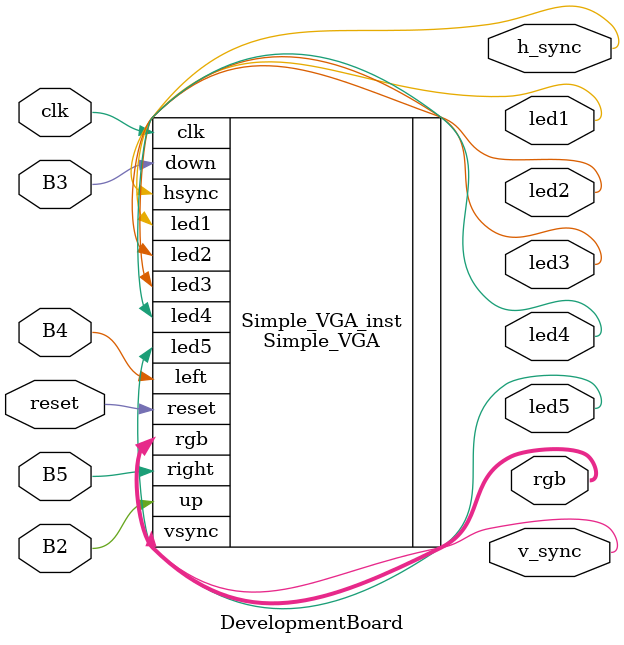
<source format=v>
module DevelopmentBoard(
    input wire clk, //50MHz
    input wire reset, B2, B3, B4, B5,
	 // reset is "a"
	 // B2 is "s"
	 // B3 is "d"
	 // B4 is "f"
	 // B5 is "g"
    output wire h_sync, v_sync,
    output wire [15:0] rgb,
	
	output wire led1,
	output wire led2,
	output wire led3,
	output wire led4,
	output wire led5
);


	// Instantiate your model
	Simple_VGA Simple_VGA_inst(
		.clk(clk),
		.reset(reset),
		.hsync(h_sync),
		.vsync(v_sync),
		.rgb(rgb),
		.up(B2),
		.down(B3),
		.left(B4),
		.right(B5),
		.led1(led1),
		.led2(led2),
		.led3(led3),
		.led4(led4),
		.led5(led5)
	);
    


endmodule

</source>
